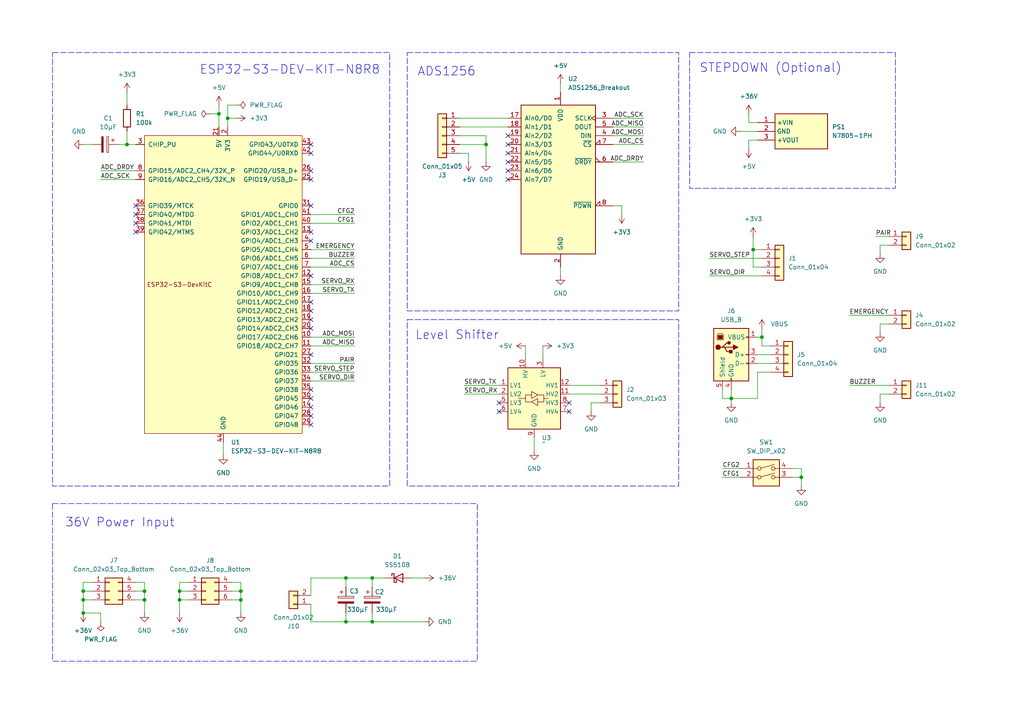
<source format=kicad_sch>
(kicad_sch (version 20231120) (generator "eeschema") (generator_version "8.0")
  (paper "A4")
  (lib_symbols
    (symbol "ADS1256_Breakout:ADS1256_Breakout" (pin_names (offset 1.016))
      (property "Reference" "U" (at -11.43 22.86 0))
      (property "Value" "ADS1256_Breakout" (at 2.54 22.86 0))
      (property "Datasheet" "http://www.ti.com/lit/ds/symlink/ads1243.pdf" (at -45.466 -28.702 0))
      (symbol "ADS1256_Breakout_0_1"
        (rectangle (start -11.43 21.59) (end 10.16 -21.59) (stroke (width 0.254)) (fill (type background)))
      )
      (symbol "ADS1256_Breakout_1_1"
        (pin power_in line (at 0 25.4 270) (length 3.81) (name "VDD") (number "1"))
        (pin power_in line (at 0 -25.4 90) (length 3.81) hide (name "GND") (number "10"))
        (pin power_in line (at 0 -25.4 90) (length 3.81) hide (name "GND") (number "11"))
        (pin power_in line (at 0 -25.4 90) (length 3.81) hide (name "GND") (number "12"))
        (pin power_in line (at 0 -25.4 90) (length 3.81) hide (name "GND") (number "13"))
        (pin power_in line (at 0 -25.4 90) (length 3.81) hide (name "GND") (number "14"))
        (pin power_in line (at 0 -25.4 90) (length 3.81) hide (name "GND") (number "15"))
        (pin power_in line (at 0 -25.4 90) (length 3.81) hide (name "GND") (number "16"))
        (pin input line (at -15.24 17.78 0) (length 3.81) (name "Ain0/D0") (number "17"))
        (pin input line (at -15.24 15.24 0) (length 3.81) (name "Ain1/D1") (number "18"))
        (pin input line (at -15.24 12.7 0) (length 3.81) (name "Ain2/D2") (number "19"))
        (pin power_in line (at 0 -25.4 90) (length 3.81) (name "GND") (number "2"))
        (pin input line (at -15.24 10.16 0) (length 3.81) (name "Ain3/D3") (number "20"))
        (pin input line (at -15.24 7.62 0) (length 3.81) (name "Ain4/D4") (number "21"))
        (pin input line (at -15.24 5.08 0) (length 3.81) (name "Ain5/D5") (number "22"))
        (pin input line (at -15.24 2.54 0) (length 3.81) (name "Ain6/D6") (number "23"))
        (pin input line (at -15.24 0 0) (length 3.81) (name "Ain7/D7") (number "24"))
        (pin input clock (at 15.24 17.78 180) (length 5.08) (name "SCLK") (number "3"))
        (pin input line (at 15.24 12.7 180) (length 5.08) (name "DIN") (number "4"))
        (pin output line (at 15.24 15.24 180) (length 5.08) (name "DOUT") (number "5"))
        (pin open_collector output_low (at 15.24 5.08 180) (length 5.08) (name "~{DRDY}") (number "6"))
        (pin input input_low (at 15.24 10.16 180) (length 5.08) (name "~{CS}") (number "7"))
        (pin input input_low (at 15.24 -7.62 180) (length 5.08) (name "~{PDWN}") (number "8"))
        (pin power_in line (at 0 -25.4 90) (length 3.81) hide (name "GND") (number "9"))
      )
    )
    (symbol "Connector:USB_B" (pin_names (offset 1.016))
      (property "Reference" "J" (at -5.08 11.43 0))
      (property "Value" "USB_B" (at -5.08 8.89 0))
      (symbol "USB_B_0_1"
        (rectangle (start -5.08 -7.62) (end 5.08 7.62) (stroke (width 0.254)) (fill (type background)))
        (circle (center -3.81 2.159) (radius 0.635) (stroke (width 0.254)) (fill (type outline)))
        (rectangle (start -3.81 5.588) (end -2.54 4.572) (fill (type outline)))
        (circle (center -0.635 3.429) (radius 0.381) (stroke (width 0.254)) (fill (type outline)))
        (rectangle (start -0.127 -7.62) (end 0.127 -6.858))
        (polyline (pts (xy -1.905 2.159) (xy 0.635 2.159)) (stroke (width 0.254)))
        (polyline (pts (xy -3.175 2.159) (xy -2.54 2.159) (xy -1.27 3.429) (xy -0.635 3.429)) (stroke (width 0.254)))
        (polyline (pts (xy -2.54 2.159) (xy -1.905 2.159) (xy -1.27 0.889) (xy 0 0.889)) (stroke (width 0.254)))
        (polyline (pts (xy 0.635 2.794) (xy 0.635 1.524) (xy 1.905 2.159) (xy 0.635 2.794)) (stroke (width 0.254)) (fill (type outline)))
        (polyline (pts (xy -4.064 4.318) (xy -2.286 4.318) (xy -2.286 5.715) (xy -2.667 6.096) (xy -3.683 6.096) (xy -4.064 5.715) (xy -4.064 4.318)))
        (rectangle (start 0.254 1.27) (end -0.508 0.508) (stroke (width 0.254)) (fill (type outline)))
        (rectangle (start 5.08 -2.667) (end 4.318 -2.413))
        (rectangle (start 5.08 -0.127) (end 4.318 0.127))
        (rectangle (start 5.08 4.953) (end 4.318 5.207))
      )
      (symbol "USB_B_1_1"
        (pin power_out line (at 7.62 5.08 180) (length 2.54) (name "VBUS") (number "1"))
        (pin bidirectional line (at 7.62 -2.54 180) (length 2.54) (name "D-") (number "2"))
        (pin bidirectional line (at 7.62 0 180) (length 2.54) (name "D+") (number "3"))
        (pin power_out line (at 0 -10.16 90) (length 2.54) (name "GND") (number "4"))
        (pin passive line (at -2.54 -10.16 90) (length 2.54) (name "Shield") (number "5"))
      )
    )
    (symbol "Connector_Generic:Conn_01x02" (pin_names (offset 1.016) hide)
      (property "Reference" "J" (at 0 2.54 0))
      (property "Value" "Conn_01x02" (at 0 -5.08 0))
      (symbol "Conn_01x02_1_1"
        (rectangle (start -1.27 -2.413) (end 0 -2.667) (stroke (width 0.1524)))
        (rectangle (start -1.27 0.127) (end 0 -0.127) (stroke (width 0.1524)))
        (rectangle (start -1.27 1.27) (end 1.27 -3.81) (stroke (width 0.254)) (fill (type background)))
        (pin passive line (at -5.08 0 0) (length 3.81) (name "Pin_1") (number "1"))
        (pin passive line (at -5.08 -2.54 0) (length 3.81) (name "Pin_2") (number "2"))
      )
    )
    (symbol "Connector_Generic:Conn_01x03" (pin_names (offset 1.016) hide)
      (property "Reference" "J" (at 0 5.08 0))
      (property "Value" "Conn_01x03" (at 0 -5.08 0))
      (symbol "Conn_01x03_1_1"
        (rectangle (start -1.27 -2.413) (end 0 -2.667) (stroke (width 0.1524)))
        (rectangle (start -1.27 0.127) (end 0 -0.127) (stroke (width 0.1524)))
        (rectangle (start -1.27 2.667) (end 0 2.413) (stroke (width 0.1524)))
        (rectangle (start -1.27 3.81) (end 1.27 -3.81) (stroke (width 0.254)) (fill (type background)))
        (pin passive line (at -5.08 2.54 0) (length 3.81) (name "Pin_1") (number "1"))
        (pin passive line (at -5.08 0 0) (length 3.81) (name "Pin_2") (number "2"))
        (pin passive line (at -5.08 -2.54 0) (length 3.81) (name "Pin_3") (number "3"))
      )
    )
    (symbol "Connector_Generic:Conn_01x04" (pin_names (offset 1.016) hide)
      (property "Reference" "J" (at 0 5.08 0))
      (property "Value" "Conn_01x04" (at 0 -7.62 0))
      (symbol "Conn_01x04_1_1"
        (rectangle (start -1.27 -4.953) (end 0 -5.207) (stroke (width 0.1524)))
        (rectangle (start -1.27 -2.413) (end 0 -2.667) (stroke (width 0.1524)))
        (rectangle (start -1.27 0.127) (end 0 -0.127) (stroke (width 0.1524)))
        (rectangle (start -1.27 2.667) (end 0 2.413) (stroke (width 0.1524)))
        (rectangle (start -1.27 3.81) (end 1.27 -6.35) (stroke (width 0.254)) (fill (type background)))
        (pin passive line (at -5.08 2.54 0) (length 3.81) (name "Pin_1") (number "1"))
        (pin passive line (at -5.08 0 0) (length 3.81) (name "Pin_2") (number "2"))
        (pin passive line (at -5.08 -2.54 0) (length 3.81) (name "Pin_3") (number "3"))
        (pin passive line (at -5.08 -5.08 0) (length 3.81) (name "Pin_4") (number "4"))
      )
    )
    (symbol "Connector_Generic:Conn_01x05" (pin_names (offset 1.016) hide)
      (property "Reference" "J" (at 0 7.62 0))
      (property "Value" "Conn_01x05" (at 0 -7.62 0))
      (symbol "Conn_01x05_1_1"
        (rectangle (start -1.27 -4.953) (end 0 -5.207) (stroke (width 0.1524)))
        (rectangle (start -1.27 -2.413) (end 0 -2.667) (stroke (width 0.1524)))
        (rectangle (start -1.27 0.127) (end 0 -0.127) (stroke (width 0.1524)))
        (rectangle (start -1.27 2.667) (end 0 2.413) (stroke (width 0.1524)))
        (rectangle (start -1.27 5.207) (end 0 4.953) (stroke (width 0.1524)))
        (rectangle (start -1.27 6.35) (end 1.27 -6.35) (stroke (width 0.254)) (fill (type background)))
        (pin passive line (at -5.08 5.08 0) (length 3.81) (name "Pin_1") (number "1"))
        (pin passive line (at -5.08 2.54 0) (length 3.81) (name "Pin_2") (number "2"))
        (pin passive line (at -5.08 0 0) (length 3.81) (name "Pin_3") (number "3"))
        (pin passive line (at -5.08 -2.54 0) (length 3.81) (name "Pin_4") (number "4"))
        (pin passive line (at -5.08 -5.08 0) (length 3.81) (name "Pin_5") (number "5"))
      )
    )
    (symbol "Connector_Generic:Conn_02x03_Top_Bottom" (pin_names (offset 1.016) hide)
      (property "Reference" "J" (at 1.27 5.08 0))
      (property "Value" "Conn_02x03_Top_Bottom" (at 1.27 -5.08 0))
      (symbol "Conn_02x03_Top_Bottom_1_1"
        (rectangle (start -1.27 -2.413) (end 0 -2.667) (stroke (width 0.1524)))
        (rectangle (start -1.27 0.127) (end 0 -0.127) (stroke (width 0.1524)))
        (rectangle (start -1.27 2.667) (end 0 2.413) (stroke (width 0.1524)))
        (rectangle (start -1.27 3.81) (end 3.81 -3.81) (stroke (width 0.254)) (fill (type background)))
        (rectangle (start 3.81 -2.413) (end 2.54 -2.667) (stroke (width 0.1524)))
        (rectangle (start 3.81 0.127) (end 2.54 -0.127) (stroke (width 0.1524)))
        (rectangle (start 3.81 2.667) (end 2.54 2.413) (stroke (width 0.1524)))
        (pin passive line (at -5.08 2.54 0) (length 3.81) (name "Pin_1") (number "1"))
        (pin passive line (at -5.08 0 0) (length 3.81) (name "Pin_2") (number "2"))
        (pin passive line (at -5.08 -2.54 0) (length 3.81) (name "Pin_3") (number "3"))
        (pin passive line (at 7.62 2.54 180) (length 3.81) (name "Pin_4") (number "4"))
        (pin passive line (at 7.62 0 180) (length 3.81) (name "Pin_5") (number "5"))
        (pin passive line (at 7.62 -2.54 180) (length 3.81) (name "Pin_6") (number "6"))
      )
    )
    (symbol "Device:C_Polarized" (pin_numbers hide) (pin_names (offset 0.254))
      (property "Reference" "C" (at 0.635 2.54 0))
      (property "Value" "C_Polarized" (at 0.635 -2.54 0))
      (symbol "C_Polarized_0_1"
        (rectangle (start -2.286 0.508) (end 2.286 1.016))
        (polyline (pts (xy -1.778 2.286) (xy -0.762 2.286)))
        (polyline (pts (xy -1.27 2.794) (xy -1.27 1.778)))
        (rectangle (start 2.286 -0.508) (end -2.286 -1.016) (fill (type outline)))
      )
      (symbol "C_Polarized_1_1"
        (pin passive line (at 0 3.81 270) (length 2.794) (name "~") (number "1"))
        (pin passive line (at 0 -3.81 90) (length 2.794) (name "~") (number "2"))
      )
    )
    (symbol "Device:D_Schottky" (pin_numbers hide) (pin_names (offset 1.016) hide)
      (property "Reference" "D" (at 0 2.54 0))
      (property "Value" "D_Schottky" (at 0 -2.54 0))
      (symbol "D_Schottky_0_1"
        (polyline (pts (xy 1.27 0) (xy -1.27 0)))
        (polyline (pts (xy 1.27 1.27) (xy 1.27 -1.27) (xy -1.27 0) (xy 1.27 1.27)) (stroke (width 0.254)))
        (polyline (pts (xy -1.905 0.635) (xy -1.905 1.27) (xy -1.27 1.27) (xy -1.27 -1.27) (xy -0.635 -1.27) (xy -0.635 -0.635)) (stroke (width 0.254)))
      )
      (symbol "D_Schottky_1_1"
        (pin passive line (at -3.81 0 0) (length 2.54) (name "K") (number "1"))
        (pin passive line (at 3.81 0 180) (length 2.54) (name "A") (number "2"))
      )
    )
    (symbol "Device:R" (pin_numbers hide) (pin_names (offset 0))
      (property "Reference" "R" (at 2.032 0 90))
      (property "Value" "R" (at 0 0 90))
      (symbol "R_0_1"
        (rectangle (start -1.016 -2.54) (end 1.016 2.54) (stroke (width 0.254)))
      )
      (symbol "R_1_1"
        (pin passive line (at 0 3.81 270) (length 1.27) (name "~") (number "1"))
        (pin passive line (at 0 -3.81 90) (length 1.27) (name "~") (number "2"))
      )
    )
    (symbol "Levelshifter_Breakout:Levelshifter_Breakout"
      (property "Reference" "U" (at 3.81 -11.176 0))
      (symbol "Levelshifter_Breakout_0_1"
        (rectangle (start -7.62 8.89) (end 7.62 -8.89) (stroke (width 0.254)) (fill (type background)))
        (polyline (pts (xy -2.54 0) (xy -2.54 1.016) (xy -0.762 1.016)))
        (polyline (pts (xy 2.794 0) (xy 2.794 -1.016) (xy 1.016 -1.016)))
        (polyline (pts (xy -0.762 -1.016) (xy -2.54 -1.016) (xy -2.54 0) (xy -4.572 0)))
        (polyline (pts (xy -0.762 -1.016) (xy 1.016 0) (xy 1.016 -2.032) (xy -0.762 -1.016)))
        (polyline (pts (xy 1.016 1.016) (xy -0.762 0) (xy -0.762 2.032) (xy 1.016 1.016)))
        (polyline (pts (xy 1.016 1.016) (xy 2.794 1.016) (xy 2.794 0) (xy 4.064 0)))
      )
      (symbol "Levelshifter_Breakout_1_1"
        (pin bidirectional line (at -10.16 3.81 0) (length 2.54) (name "LV1") (number "1"))
        (pin power_in line (at -2.54 11.43 270) (length 2.54) (name "HV") (number "10"))
        (pin bidirectional line (at 10.16 1.27 180) (length 2.54) (name "HV2") (number "11"))
        (pin bidirectional line (at 10.16 3.81 180) (length 2.54) (name "HV1") (number "12"))
        (pin bidirectional line (at -10.16 1.27 0) (length 2.54) (name "LV2") (number "2"))
        (pin power_in line (at 2.54 11.43 270) (length 2.54) (name "LV") (number "3"))
        (pin passive line (at 0 -11.43 90) (length 2.54) hide (name "GND") (number "4"))
        (pin bidirectional line (at -10.16 -1.27 0) (length 2.54) (name "LV3") (number "5"))
        (pin bidirectional line (at -10.16 -3.81 0) (length 2.54) (name "LV4") (number "6"))
        (pin bidirectional line (at 10.16 -3.81 180) (length 2.54) (name "HV4") (number "7"))
        (pin bidirectional line (at 10.16 -1.27 180) (length 2.54) (name "HV3") (number "8"))
        (pin power_in line (at 0 -11.43 90) (length 2.54) (name "GND") (number "9"))
      )
    )
    (symbol "N7805-1PH:N7805-1PH"
      (property "Reference" "PS1" (at 21.59 -1.2699 0))
      (property "Value" "N7805-1PH" (at 21.59 -3.8099 0))
      (symbol "N7805-1PH_1_1"
        (rectangle (start 5.08 2.54) (end 20.32 -7.62) (stroke (width 0.254)) (fill (type background)))
        (pin passive line (at 0 0 0) (length 5.08) (name "+VIN") (number "1"))
        (pin passive line (at 0 -2.54 0) (length 5.08) (name "GND") (number "2"))
        (pin passive line (at 0 -5.08 0) (length 5.08) (name "+VOUT") (number "3"))
      )
    )
    (symbol "PCM_Espressif:ESP32-S3-DEV-KIT-N8R8" (pin_names (offset 1.016))
      (property "Reference" "U1" (at 2.1941 -45.72 0))
      (property "Value" "ESP32-S3-DEV-KIT-N8R8" (at 2.1941 -48.26 0))
      (symbol "ESP32-S3-DEV-KIT-N8R8_0_0"
        (text "ESP32-S3-DevKitC" (at -12.7 0 0) (effects (font (size 1.27 1.27))))
        (pin bidirectional line (at 25.4 -35.56 180) (length 2.54) (name "GPIO46") (number "14"))
        (pin bidirectional line (at 25.4 -10.16 180) (length 2.54) (name "GPIO13/ADC2_CH2") (number "19"))
        (pin bidirectional line (at -25.4 15.24 0) (length 2.54) (name "GPIO42/MTMS") (number "39"))
        (pin bidirectional line (at 25.4 17.78 180) (length 2.54) (name "GPIO2/ADC1_CH1") (number "40"))
        (pin bidirectional line (at 25.4 20.32 180) (length 2.54) (name "GPIO1/ADC1_CH0") (number "41"))
        (pin bidirectional line (at 25.4 38.1 180) (length 2.54) (name "GPIO44/U0RXD") (number "42"))
        (pin bidirectional line (at 25.4 40.64 180) (length 2.54) (name "GPIO43/U0TXD") (number "43"))
        (pin power_in line (at 0 -45.72 90) (length 2.54) (name "GND") (number "44"))
      )
      (symbol "ESP32-S3-DEV-KIT-N8R8_0_1"
        (rectangle (start -22.86 43.18) (end 22.86 -43.18) (fill (type background)))
        (pin power_in line (at 1.27 45.72 270) (length 2.54) (name "3V3") (number "2"))
      )
      (symbol "ESP32-S3-DEV-KIT-N8R8_1_1"
        (pin passive line (at 1.27 45.72 270) (length 2.54) hide (name "3V3") (number "1"))
        (pin bidirectional line (at 25.4 -15.24 180) (length 2.54) (name "GPIO17/ADC2_CH6") (number "10"))
        (pin bidirectional line (at 25.4 -17.78 180) (length 2.54) (name "GPIO18/ADC2_CH7") (number "11"))
        (pin bidirectional line (at 25.4 2.54 180) (length 2.54) (name "GPIO8/ADC1_CH7") (number "12"))
        (pin bidirectional line (at 25.4 15.24 180) (length 2.54) (name "GPIO3/ADC1_CH2") (number "13"))
        (pin bidirectional line (at 25.4 0 180) (length 2.54) (name "GPIO9/ADC1_CH8") (number "15"))
        (pin bidirectional line (at 25.4 -2.54 180) (length 2.54) (name "GPIO10/ADC1_CH9") (number "16"))
        (pin bidirectional line (at 25.4 -5.08 180) (length 2.54) (name "GPIO11/ADC2_CH0") (number "17"))
        (pin bidirectional line (at 25.4 -7.62 180) (length 2.54) (name "GPIO12/ADC2_CH1") (number "18"))
        (pin bidirectional line (at 25.4 -12.7 180) (length 2.54) (name "GPIO14/ADC2_CH3") (number "20"))
        (pin power_in line (at -1.27 45.72 270) (length 2.54) (name "5V") (number "21"))
        (pin passive line (at 0 -45.72 90) (length 2.54) hide (name "GND") (number "22"))
        (pin passive line (at 0 -45.72 90) (length 2.54) hide (name "GND") (number "23"))
        (pin passive line (at 0 -45.72 90) (length 2.54) hide (name "GND") (number "24"))
        (pin bidirectional line (at 25.4 30.48 180) (length 2.54) (name "GPIO19/USB_D-") (number "25"))
        (pin bidirectional line (at 25.4 33.02 180) (length 2.54) (name "GPIO20/USB_D+") (number "26"))
        (pin bidirectional line (at 25.4 -20.32 180) (length 2.54) (name "GPIO21") (number "27"))
        (pin bidirectional line (at 25.4 -38.1 180) (length 2.54) (name "GPIO47") (number "28"))
        (pin bidirectional line (at 25.4 -40.64 180) (length 2.54) (name "GPIO48") (number "29"))
        (pin input line (at -25.4 40.64 0) (length 2.54) (name "CHIP_PU") (number "3"))
        (pin bidirectional line (at 25.4 -33.02 180) (length 2.54) (name "GPIO45") (number "30"))
        (pin bidirectional line (at 25.4 22.86 180) (length 2.54) (name "GPIO0") (number "31"))
        (pin bidirectional line (at 25.4 -22.86 180) (length 2.54) (name "GPIO35") (number "32"))
        (pin bidirectional line (at 25.4 -25.4 180) (length 2.54) (name "GPIO36") (number "33"))
        (pin bidirectional line (at 25.4 -27.94 180) (length 2.54) (name "GPIO37") (number "34"))
        (pin bidirectional line (at 25.4 -30.48 180) (length 2.54) (name "GPIO38") (number "35"))
        (pin bidirectional line (at -25.4 22.86 0) (length 2.54) (name "GPIO39/MTCK") (number "36"))
        (pin bidirectional line (at -25.4 20.32 0) (length 2.54) (name "GPIO40/MTDO") (number "37"))
        (pin bidirectional line (at -25.4 17.78 0) (length 2.54) (name "GPIO41/MTDI") (number "38"))
        (pin bidirectional line (at 25.4 12.7 180) (length 2.54) (name "GPIO4/ADC1_CH3") (number "4"))
        (pin bidirectional line (at 25.4 10.16 180) (length 2.54) (name "GPIO5/ADC1_CH4") (number "5"))
        (pin bidirectional line (at 25.4 7.62 180) (length 2.54) (name "GPIO6/ADC1_CH5") (number "6"))
        (pin bidirectional line (at 25.4 5.08 180) (length 2.54) (name "GPIO7/ADC1_CH6") (number "7"))
        (pin bidirectional line (at -25.4 33.02 0) (length 2.54) (name "GPIO15/ADC2_CH4/32K_P") (number "8"))
        (pin bidirectional line (at -25.4 30.48 0) (length 2.54) (name "GPIO16/ADC2_CH5/32K_N") (number "9"))
      )
    )
    (symbol "Switch:SW_DIP_x02" (pin_names (offset 0) hide)
      (property "Reference" "SW" (at 0 6.35 0))
      (property "Value" "SW_DIP_x02" (at 0 -3.81 0))
      (symbol "SW_DIP_x02_0_0"
        (circle (center -2.032 0) (radius 0.508))
        (circle (center -2.032 2.54) (radius 0.508))
        (polyline (pts (xy -1.524 0.127) (xy 2.3622 1.1684)))
        (polyline (pts (xy -1.524 2.667) (xy 2.3622 3.7084)))
        (circle (center 2.032 0) (radius 0.508))
        (circle (center 2.032 2.54) (radius 0.508))
      )
      (symbol "SW_DIP_x02_0_1"
        (rectangle (start -3.81 5.08) (end 3.81 -2.54) (stroke (width 0.254)) (fill (type background)))
      )
      (symbol "SW_DIP_x02_1_1"
        (pin passive line (at -7.62 2.54 0) (length 5.08) (name "~") (number "1"))
        (pin passive line (at -7.62 0 0) (length 5.08) (name "~") (number "2"))
        (pin passive line (at 7.62 0 180) (length 5.08) (name "~") (number "3"))
        (pin passive line (at 7.62 2.54 180) (length 5.08) (name "~") (number "4"))
      )
    )
    (symbol "power:+36V" (power) (pin_numbers hide) (pin_names (offset 0) hide)
      (property "Value" "+36V" (at 0 3.556 0))
      (symbol "+36V_0_1"
        (polyline (pts (xy -0.762 1.27) (xy 0 2.54)))
        (polyline (pts (xy 0 0) (xy 0 2.54)))
        (polyline (pts (xy 0 2.54) (xy 0.762 1.27)))
      )
      (symbol "+36V_1_1"
        (pin power_in line (at 0 0 90) (length 0) (name "~") (number "1"))
      )
    )
    (symbol "power:+3V3" (power) (pin_numbers hide) (pin_names (offset 0) hide)
      (property "Value" "+3V3" (at 0 3.556 0))
      (symbol "+3V3_0_1"
        (polyline (pts (xy -0.762 1.27) (xy 0 2.54)))
        (polyline (pts (xy 0 0) (xy 0 2.54)))
        (polyline (pts (xy 0 2.54) (xy 0.762 1.27)))
      )
      (symbol "+3V3_1_1"
        (pin power_in line (at 0 0 90) (length 0) (name "~") (number "1"))
      )
    )
    (symbol "power:+5V" (power) (pin_numbers hide) (pin_names (offset 0) hide)
      (property "Value" "+5V" (at 0 3.556 0))
      (symbol "+5V_0_1"
        (polyline (pts (xy -0.762 1.27) (xy 0 2.54)))
        (polyline (pts (xy 0 0) (xy 0 2.54)))
        (polyline (pts (xy 0 2.54) (xy 0.762 1.27)))
      )
      (symbol "+5V_1_1"
        (pin power_in line (at 0 0 90) (length 0) (name "~") (number "1"))
      )
    )
    (symbol "power:GND" (power) (pin_numbers hide) (pin_names (offset 0) hide)
      (property "Value" "GND" (at 0 -3.81 0))
      (symbol "GND_0_1"
        (polyline (pts (xy 0 0) (xy 0 -1.27) (xy 1.27 -1.27) (xy 0 -2.54) (xy -1.27 -1.27) (xy 0 -1.27)))
      )
      (symbol "GND_1_1"
        (pin power_in line (at 0 0 270) (length 0) (name "~") (number "1"))
      )
    )
    (symbol "power:PWR_FLAG" (power) (pin_numbers hide) (pin_names (offset 0) hide)
      (property "Value" "PWR_FLAG" (at 0 3.81 0))
      (symbol "PWR_FLAG_0_0"
        (pin power_out line (at 0 0 90) (length 0) (name "~") (number "1"))
      )
      (symbol "PWR_FLAG_0_1"
        (polyline (pts (xy 0 0) (xy 0 1.27) (xy -1.016 1.905) (xy 0 2.54) (xy 1.016 1.905) (xy 0 1.27)))
      )
    )
  )
  (junction (at 52.07 173.99))
  (junction (at 100.33 180.34))
  (junction (at 24.13 171.45))
  (junction (at 41.91 171.45))
  (junction (at 212.09 115.57))
  (junction (at 52.07 171.45))
  (junction (at 36.83 41.91))
  (junction (at 220.98 97.79))
  (junction (at 24.13 173.99))
  (junction (at 218.44 72.39))
  (junction (at 232.41 138.43))
  (junction (at 24.13 177.8))
  (junction (at 69.85 171.45))
  (junction (at 140.97 41.91))
  (junction (at 41.91 173.99))
  (junction (at 66.04 34.29))
  (junction (at 107.95 167.64))
  (junction (at 100.33 167.64))
  (junction (at 107.95 180.34))
  (junction (at 69.85 173.99))
  (junction (at 63.5 33.02))
  (no_connect (at 90.17 41.91))
  (no_connect (at 39.37 64.77))
  (no_connect (at 90.17 67.31))
  (no_connect (at 90.17 59.69))
  (no_connect (at 39.37 67.31))
  (no_connect (at 90.17 69.85))
  (no_connect (at 90.17 113.03))
  (no_connect (at 39.37 59.69))
  (no_connect (at 90.17 90.17))
  (no_connect (at 90.17 115.57))
  (no_connect (at 90.17 44.45))
  (no_connect (at 147.32 39.37))
  (no_connect (at 90.17 123.19))
  (no_connect (at 90.17 49.53))
  (no_connect (at 147.32 46.99))
  (no_connect (at 147.32 49.53))
  (no_connect (at 90.17 87.63))
  (no_connect (at 90.17 102.87))
  (no_connect (at 39.37 62.23))
  (no_connect (at 90.17 80.01))
  (no_connect (at 90.17 52.07))
  (no_connect (at 165.1 119.38))
  (no_connect (at 144.78 119.38))
  (no_connect (at 90.17 95.25))
  (no_connect (at 90.17 92.71))
  (no_connect (at 90.17 118.11))
  (no_connect (at 147.32 52.07))
  (no_connect (at 144.78 116.84))
  (no_connect (at 147.32 44.45))
  (no_connect (at 147.32 41.91))
  (no_connect (at 165.1 116.84))
  (no_connect (at 90.17 120.65))
  (wire (pts (xy 90.17 72.39) (xy 102.87 72.39)))
  (wire (pts (xy 68.58 34.29) (xy 66.04 34.29)))
  (wire (pts (xy 90.17 107.95) (xy 102.87 107.95)))
  (wire (pts (xy 255.27 93.98) (xy 257.81 93.98)))
  (wire (pts (xy 69.85 173.99) (xy 69.85 177.8)))
  (wire (pts (xy 52.07 171.45) (xy 52.07 173.99)))
  (wire (pts (xy 209.55 138.43) (xy 214.63 138.43)))
  (wire (pts (xy 133.35 34.29) (xy 147.32 34.29)))
  (wire (pts (xy 219.71 105.41) (xy 223.52 105.41)))
  (wire (pts (xy 67.31 173.99) (xy 69.85 173.99)))
  (wire (pts (xy 218.44 72.39) (xy 220.98 72.39)))
  (wire (pts (xy 219.71 97.79) (xy 220.98 97.79)))
  (wire (pts (xy 67.31 171.45) (xy 69.85 171.45)))
  (wire (pts (xy 24.13 173.99) (xy 24.13 177.8)))
  (wire (pts (xy 26.67 168.91) (xy 24.13 168.91)))
  (wire (pts (xy 133.35 39.37) (xy 140.97 39.37)))
  (wire (pts (xy 255.27 73.66) (xy 255.27 71.12)))
  (wire (pts (xy 90.17 100.33) (xy 102.87 100.33)))
  (wire (pts (xy 90.17 85.09) (xy 102.87 85.09)))
  (wire (pts (xy 119.38 167.64) (xy 123.19 167.64)))
  (wire (pts (xy 219.71 115.57) (xy 219.71 107.95)))
  (wire (pts (xy 212.09 113.03) (xy 212.09 115.57)))
  (wire (pts (xy 100.33 167.64) (xy 90.17 167.64)))
  (wire (pts (xy 24.13 171.45) (xy 24.13 173.99)))
  (wire (pts (xy 52.07 173.99) (xy 52.07 177.8)))
  (wire (pts (xy 162.56 77.47) (xy 162.56 80.01)))
  (wire (pts (xy 205.74 74.93) (xy 220.98 74.93)))
  (wire (pts (xy 36.83 38.1) (xy 36.83 41.91)))
  (wire (pts (xy 39.37 171.45) (xy 41.91 171.45)))
  (wire (pts (xy 165.1 111.76) (xy 173.99 111.76)))
  (wire (pts (xy 218.44 77.47) (xy 220.98 77.47)))
  (wire (pts (xy 154.94 127) (xy 154.94 130.81)))
  (wire (pts (xy 133.35 36.83) (xy 147.32 36.83)))
  (wire (pts (xy 63.5 33.02) (xy 63.5 36.83)))
  (wire (pts (xy 209.55 113.03) (xy 209.55 115.57)))
  (wire (pts (xy 66.04 30.48) (xy 66.04 34.29)))
  (wire (pts (xy 39.37 173.99) (xy 41.91 173.99)))
  (wire (pts (xy 232.41 138.43) (xy 232.41 140.97)))
  (wire (pts (xy 24.13 168.91) (xy 24.13 171.45)))
  (wire (pts (xy 90.17 105.41) (xy 102.87 105.41)))
  (wire (pts (xy 229.87 138.43) (xy 232.41 138.43)))
  (wire (pts (xy 29.21 177.8) (xy 24.13 177.8)))
  (wire (pts (xy 90.17 64.77) (xy 102.87 64.77)))
  (wire (pts (xy 162.56 24.13) (xy 162.56 26.67)))
  (wire (pts (xy 24.13 41.91) (xy 26.67 41.91)))
  (wire (pts (xy 107.95 167.64) (xy 100.33 167.64)))
  (wire (pts (xy 177.8 41.91) (xy 186.69 41.91)))
  (wire (pts (xy 90.17 110.49) (xy 102.87 110.49)))
  (wire (pts (xy 90.17 180.34) (xy 100.33 180.34)))
  (wire (pts (xy 34.29 41.91) (xy 36.83 41.91)))
  (wire (pts (xy 134.62 114.3) (xy 144.78 114.3)))
  (wire (pts (xy 140.97 41.91) (xy 140.97 46.99)))
  (wire (pts (xy 217.17 40.64) (xy 217.17 43.18)))
  (wire (pts (xy 214.63 38.1) (xy 219.71 38.1)))
  (wire (pts (xy 36.83 41.91) (xy 39.37 41.91)))
  (wire (pts (xy 255.27 96.52) (xy 255.27 93.98)))
  (wire (pts (xy 133.35 44.45) (xy 135.89 44.45)))
  (wire (pts (xy 41.91 173.99) (xy 41.91 177.8)))
  (wire (pts (xy 90.17 175.26) (xy 90.17 180.34)))
  (wire (pts (xy 177.8 59.69) (xy 180.34 59.69)))
  (wire (pts (xy 212.09 115.57) (xy 212.09 116.84)))
  (wire (pts (xy 41.91 171.45) (xy 41.91 173.99)))
  (wire (pts (xy 29.21 49.53) (xy 39.37 49.53)))
  (wire (pts (xy 219.71 40.64) (xy 217.17 40.64)))
  (wire (pts (xy 255.27 116.84) (xy 255.27 114.3)))
  (wire (pts (xy 133.35 41.91) (xy 140.97 41.91)))
  (wire (pts (xy 107.95 177.8) (xy 107.95 180.34)))
  (wire (pts (xy 217.17 35.56) (xy 217.17 33.02)))
  (wire (pts (xy 26.67 171.45) (xy 24.13 171.45)))
  (wire (pts (xy 107.95 180.34) (xy 123.19 180.34)))
  (wire (pts (xy 111.76 167.64) (xy 107.95 167.64)))
  (wire (pts (xy 255.27 71.12) (xy 257.81 71.12)))
  (wire (pts (xy 229.87 135.89) (xy 232.41 135.89)))
  (wire (pts (xy 255.27 114.3) (xy 257.81 114.3)))
  (wire (pts (xy 60.96 33.02) (xy 63.5 33.02)))
  (wire (pts (xy 205.74 80.01) (xy 220.98 80.01)))
  (wire (pts (xy 54.61 173.99) (xy 52.07 173.99)))
  (wire (pts (xy 232.41 135.89) (xy 232.41 138.43)))
  (wire (pts (xy 157.48 100.33) (xy 157.48 104.14)))
  (wire (pts (xy 254 68.58) (xy 257.81 68.58)))
  (wire (pts (xy 68.58 30.48) (xy 66.04 30.48)))
  (wire (pts (xy 66.04 34.29) (xy 66.04 36.83)))
  (wire (pts (xy 90.17 97.79) (xy 102.87 97.79)))
  (wire (pts (xy 220.98 100.33) (xy 223.52 100.33)))
  (wire (pts (xy 220.98 97.79) (xy 220.98 100.33)))
  (wire (pts (xy 100.33 180.34) (xy 107.95 180.34)))
  (wire (pts (xy 246.38 91.44) (xy 257.81 91.44)))
  (wire (pts (xy 173.99 116.84) (xy 171.45 116.84)))
  (wire (pts (xy 100.33 167.64) (xy 100.33 170.18)))
  (wire (pts (xy 246.38 111.76) (xy 257.81 111.76)))
  (wire (pts (xy 90.17 74.93) (xy 102.87 74.93)))
  (wire (pts (xy 171.45 116.84) (xy 171.45 119.38)))
  (wire (pts (xy 177.8 46.99) (xy 186.69 46.99)))
  (wire (pts (xy 90.17 77.47) (xy 102.87 77.47)))
  (wire (pts (xy 218.44 68.58) (xy 218.44 72.39)))
  (wire (pts (xy 219.71 35.56) (xy 217.17 35.56)))
  (wire (pts (xy 107.95 167.64) (xy 107.95 170.18)))
  (wire (pts (xy 219.71 102.87) (xy 223.52 102.87)))
  (wire (pts (xy 209.55 115.57) (xy 212.09 115.57)))
  (wire (pts (xy 218.44 72.39) (xy 218.44 77.47)))
  (wire (pts (xy 100.33 177.8) (xy 100.33 180.34)))
  (wire (pts (xy 209.55 135.89) (xy 214.63 135.89)))
  (wire (pts (xy 41.91 168.91) (xy 41.91 171.45)))
  (wire (pts (xy 36.83 26.67) (xy 36.83 30.48)))
  (wire (pts (xy 180.34 59.69) (xy 180.34 62.23)))
  (wire (pts (xy 69.85 171.45) (xy 69.85 173.99)))
  (wire (pts (xy 52.07 168.91) (xy 52.07 171.45)))
  (wire (pts (xy 177.8 36.83) (xy 186.69 36.83)))
  (wire (pts (xy 54.61 168.91) (xy 52.07 168.91)))
  (wire (pts (xy 177.8 39.37) (xy 186.69 39.37)))
  (wire (pts (xy 90.17 167.64) (xy 90.17 172.72)))
  (wire (pts (xy 29.21 52.07) (xy 39.37 52.07)))
  (wire (pts (xy 67.31 168.91) (xy 69.85 168.91)))
  (wire (pts (xy 39.37 168.91) (xy 41.91 168.91)))
  (wire (pts (xy 177.8 34.29) (xy 186.69 34.29)))
  (wire (pts (xy 219.71 107.95) (xy 223.52 107.95)))
  (wire (pts (xy 165.1 114.3) (xy 173.99 114.3)))
  (wire (pts (xy 64.77 128.27) (xy 64.77 132.08)))
  (wire (pts (xy 135.89 44.45) (xy 135.89 46.99)))
  (wire (pts (xy 26.67 173.99) (xy 24.13 173.99)))
  (wire (pts (xy 134.62 111.76) (xy 144.78 111.76)))
  (wire (pts (xy 140.97 39.37) (xy 140.97 41.91)))
  (wire (pts (xy 90.17 62.23) (xy 102.87 62.23)))
  (wire (pts (xy 220.98 95.25) (xy 220.98 97.79)))
  (wire (pts (xy 63.5 30.48) (xy 63.5 33.02)))
  (wire (pts (xy 29.21 180.34) (xy 29.21 177.8)))
  (wire (pts (xy 54.61 171.45) (xy 52.07 171.45)))
  (wire (pts (xy 212.09 115.57) (xy 219.71 115.57)))
  (wire (pts (xy 69.85 168.91) (xy 69.85 171.45)))
  (wire (pts (xy 152.4 100.33) (xy 152.4 104.14)))
  (wire (pts (xy 90.17 82.55) (xy 102.87 82.55)))
  (rectangle (start 118.11 15.24) (end 196.85 90.17) (stroke (width 0) (type dash)))
  (rectangle (start 200.025 15.24) (end 259.715 54.61) (stroke (width 0) (type dash)))
  (rectangle (start 118.11 92.71) (end 196.85 140.97) (stroke (width 0) (type dash)))
  (rectangle (start 15.24 146.05) (end 138.43 191.77) (stroke (width 0) (type dash)))
  (rectangle (start 15.24 15.24) (end 113.03 140.97) (stroke (width 0) (type dash)))
  (text "ESP32-S3-DEV-KIT-N8R8\n" (at 84.074 20.32 0) (effects (font (size 2.54 2.54))))
  (text "ADS1256\n" (at 129.54 20.828 0) (effects (font (size 2.54 2.54))))
  (text "36V Power Input" (at 34.798 151.638 0) (effects (font (size 2.54 2.54))))
  (text "STEPDOWN (Optional)\n" (at 223.52 19.812 0) (effects (font (size 2.54 2.54))))
  (text "Level Shifter" (at 132.588 97.282 0) (effects (font (size 2.54 2.54))))
  (label "ADC_SCK" (at 186.69 34.29 180))
  (label "CFG2" (at 102.87 62.23 180))
  (label "EMERGENCY" (at 102.87 72.39 180))
  (label "PAIR" (at 254 68.58 0))
  (label "SERVO_STEP" (at 102.87 107.95 180))
  (label "BUZZER" (at 246.38 111.76 0))
  (label "SERVO_RX" (at 102.87 82.55 180))
  (label "SERVO_RX" (at 134.62 114.3 0))
  (label "CFG1" (at 209.55 138.43 0))
  (label "ADC_MOSI" (at 186.69 39.37 180))
  (label "SERVO_TX" (at 102.87 85.09 180))
  (label "PAIR" (at 102.87 105.41 180))
  (label "SERVO_STEP" (at 205.74 74.93 0))
  (label "SERVO_DIR" (at 102.87 110.49 180))
  (label "BUZZER" (at 102.87 74.93 180))
  (label "ADC_DRDY" (at 29.21 49.53 0))
  (label "SERVO_DIR" (at 205.74 80.01 0))
  (label "ADC_CS" (at 186.69 41.91 180))
  (label "CFG1" (at 102.87 64.77 180))
  (label "ADC_MOSI" (at 102.87 97.79 180))
  (label "EMERGENCY" (at 246.38 91.44 0))
  (label "ADC_DRDY" (at 186.69 46.99 180))
  (label "ADC_CS" (at 102.87 77.47 180))
  (label "CFG2" (at 209.55 135.89 0))
  (label "ADC_MISO" (at 102.87 100.33 180))
  (label "ADC_SCK" (at 29.21 52.07 0))
  (label "SERVO_TX" (at 134.62 111.76 0))
  (label "ADC_MISO" (at 186.69 36.83 180))
  (symbol (lib_id "power:+5V") (at 152.4 100.33 90) (unit 1)
    (property "Reference" "#PWR016" (effects (hide yes)))
    (property "Value" "+5V" (at 148.59 100.3299 90) (effects (justify left)))
    (property "Description" "Power symbol creates a global label with name \"+5V\"" (effects (hide yes)))
  )
  (symbol (lib_id "Device:D_Schottky") (at 115.57 167.64 0) (unit 1)
    (property "Reference" "D1" (at 115.2525 161.29 0))
    (property "Value" "SS510B" (at 115.2525 163.83 0))
    (property "Footprint" "Diode_SMD:D_SMA-SMB_Universal_Handsoldering" (effects (hide yes)))
    (property "Description" "Schottky diode" (effects (hide yes)))
    (property "Mouser Part Number" "621-SDT5A50SAF-13" (effects (hide yes)))
  )
  (symbol (lib_id "power:+36V") (at 123.19 167.64 270) (unit 1)
    (property "Reference" "#PWR027" (effects (hide yes)))
    (property "Value" "+36V" (at 127 167.6399 90) (effects (justify left)))
    (property "Description" "Power symbol creates a global label with name \"+36V\"" (effects (hide yes)))
  )
  (symbol (lib_id "power:+36V") (at 52.07 177.8 180) (unit 1)
    (property "Reference" "#PWR014" (effects (hide yes)))
    (property "Value" "+36V" (at 52.07 182.88 0))
    (property "Description" "Power symbol creates a global label with name \"+36V\"" (effects (hide yes)))
  )
  (symbol (lib_id "power:GND") (at 64.77 132.08 0) (unit 1)
    (property "Reference" "#PWR01" (effects (hide yes)))
    (property "Value" "GND" (at 64.77 137.16 0))
    (property "Description" "Power symbol creates a global label with name \"GND\" , ground" (effects (hide yes)))
  )
  (symbol (lib_id "power:GND") (at 140.97 46.99 0) (unit 1)
    (property "Reference" "#PWR023" (effects (hide yes)))
    (property "Value" "GND" (at 140.97 52.07 0))
    (property "Description" "Power symbol creates a global label with name \"GND\" , ground" (effects (hide yes)))
  )
  (symbol (lib_id "power:+5V") (at 220.98 95.25 0) (unit 1)
    (property "Reference" "#PWR05" (effects (hide yes)))
    (property "Value" "VBUS" (at 223.52 93.9799 0) (effects (justify left)))
    (property "Description" "Power symbol creates a global label with name \"+5V\"" (effects (hide yes)))
  )
  (symbol (lib_id "power:+36V") (at 217.17 33.02 0) (unit 1)
    (property "Reference" "#PWR03" (effects (hide yes)))
    (property "Value" "+36V" (at 217.17 27.94 0))
    (property "Description" "Power symbol creates a global label with name \"+36V\"" (effects (hide yes)))
  )
  (symbol (lib_id "power:GND") (at 171.45 119.38 0) (unit 1)
    (property "Reference" "#PWR018" (effects (hide yes)))
    (property "Value" "GND" (at 171.45 124.46 0))
    (property "Description" "Power symbol creates a global label with name \"GND\" , ground" (effects (hide yes)))
  )
  (symbol (lib_id "power:+5V") (at 63.5 30.48 0) (unit 1)
    (property "Reference" "#PWR02" (effects (hide yes)))
    (property "Value" "+5V" (at 63.5 25.4 0))
    (property "Description" "Power symbol creates a global label with name \"+5V\"" (effects (hide yes)))
  )
  (symbol (lib_id "power:GND") (at 255.27 96.52 0) (unit 1)
    (property "Reference" "#PWR025" (effects (hide yes)))
    (property "Value" "GND" (at 255.27 101.6 0))
    (property "Description" "Power symbol creates a global label with name \"GND\" , ground" (effects (hide yes)))
  )
  (symbol (lib_id "Device:R") (at 36.83 34.29 0) (unit 1)
    (property "Reference" "R1" (at 39.37 33.0199 0) (effects (justify left)))
    (property "Value" "100k" (at 39.37 35.5599 0) (effects (justify left)))
    (property "Footprint" "Resistor_SMD:R_1206_3216Metric_Pad1.30x1.75mm_HandSolder" (effects (hide yes)))
    (property "Description" "Resistor" (effects (hide yes)))
    (property "Mouser Part Number" "708-RNCF1206BTE100K" (effects (hide yes)))
  )
  (symbol (lib_id "power:+3V3") (at 68.58 34.29 270) (unit 1)
    (property "Reference" "#PWR09" (effects (hide yes)))
    (property "Value" "+3V3" (at 72.39 34.2899 90) (effects (justify left)))
    (property "Description" "Power symbol creates a global label with name \"+3V3\"" (effects (hide yes)))
  )
  (symbol (lib_id "Connector_Generic:Conn_01x02") (at 85.09 175.26 180) (unit 1)
    (property "Reference" "J10" (at 85.09 181.61 0))
    (property "Value" "Conn_01x02" (at 85.09 179.07 0))
    (property "Footprint" "Connector_AMASS:AMASS_XT30U-F_1x02_P5.0mm_Vertical" (effects (hide yes)))
    (property "Description" "Generic connector, single row, 01x02, script generated (kicad-library-utils/schlib/autogen/connector/)" (effects (hide yes)))
    (property "Mouser Part Number" "306-B2BXH2TV4LFSN" (effects (hide yes)))
  )
  (symbol (lib_id "power:+3V3") (at 180.34 62.23 180) (unit 1)
    (property "Reference" "#PWR019" (effects (hide yes)))
    (property "Value" "+3V3" (at 180.34 67.31 0))
    (property "Description" "Power symbol creates a global label with name \"+3V3\"" (effects (hide yes)))
  )
  (symbol (lib_id "Connector_Generic:Conn_01x05") (at 128.27 39.37 0) (mirror y) (unit 1)
    (property "Reference" "J3" (at 128.27 50.8 0))
    (property "Value" "Conn_01x05" (at 128.27 48.26 0))
    (property "Footprint" "Connector_JST:JST_XH_B5B-XH-A_1x05_P2.50mm_Vertical" (effects (hide yes)))
    (property "Description" "Generic connector, single row, 01x05, script generated (kicad-library-utils/schlib/autogen/connector/)" (effects (hide yes)))
  )
  (symbol (lib_id "power:GND") (at 255.27 116.84 0) (unit 1)
    (property "Reference" "#PWR030" (effects (hide yes)))
    (property "Value" "GND" (at 255.27 121.92 0))
    (property "Description" "Power symbol creates a global label with name \"GND\" , ground" (effects (hide yes)))
  )
  (symbol (lib_id "Device:C_Polarized") (at 107.95 173.99 0) (unit 1)
    (property "Reference" "C2" (at 108.712 171.704 0) (effects (justify left)))
    (property "Value" "330µF" (at 108.966 176.784 0) (effects (justify left)))
    (property "Footprint" "Capacitor_SMD:CP_Elec_10x10" (effects (hide yes)))
    (property "Description" "Polarized capacitor" (effects (hide yes)))
    (property "Mouser Part Number" "710-865230657014" (effects (hide yes)))
  )
  (symbol (lib_id "power:+3V3") (at 218.44 68.58 0) (unit 1)
    (property "Reference" "#PWR024" (effects (hide yes)))
    (property "Value" "+3V3" (at 218.44 63.5 0))
    (property "Description" "Power symbol creates a global label with name \"+3V3\"" (effects (hide yes)))
  )
  (symbol (lib_id "Connector_Generic:Conn_01x04") (at 228.6 102.87 0) (unit 1)
    (property "Reference" "J5" (at 231.14 102.8699 0) (effects (justify left)))
    (property "Value" "Conn_01x04" (at 231.14 105.4099 0) (effects (justify left)))
    (property "Footprint" "Connector_JST:JST_XH_B4B-XH-A_1x04_P2.50mm_Vertical" (effects (hide yes)))
    (property "Description" "Generic connector, single row, 01x04, script generated (kicad-library-utils/schlib/autogen/connector/)" (effects (hide yes)))
    (property "Mouser Part Number" "306-B4BXH2TV4LFSN" (effects (hide yes)))
  )
  (symbol (lib_id "Levelshifter_Breakout:Levelshifter_Breakout") (at 154.94 115.57 0) (unit 1)
    (property "Reference" "U3" (at 157.1341 127 0) (effects (justify left)))
    (property "Value" "~" (at 157.1341 128.27 0) (effects (justify left)))
    (property "Footprint" "Levelshifter_Breakout:Levelshifter_Breakout" (effects (hide yes)))
  )
  (symbol (lib_id "power:GND") (at 69.85 177.8 0) (unit 1)
    (property "Reference" "#PWR013" (effects (hide yes)))
    (property "Value" "GND" (at 69.85 182.88 0))
    (property "Description" "Power symbol creates a global label with name \"GND\" , ground" (effects (hide yes)))
  )
  (symbol (lib_id "power:PWR_FLAG") (at 60.96 33.02 90) (unit 1)
    (property "Reference" "#FLG02" (effects (hide yes)))
    (property "Value" "PWR_FLAG" (at 57.15 33.0199 90) (effects (justify left)))
    (property "Description" "Special symbol for telling ERC where power comes from" (effects (hide yes)))
  )
  (symbol (lib_id "power:GND") (at 123.19 180.34 90) (unit 1)
    (property "Reference" "#PWR028" (effects (hide yes)))
    (property "Value" "GND" (at 127 180.3399 90) (effects (justify right)))
    (property "Description" "Power symbol creates a global label with name \"GND\" , ground" (effects (hide yes)))
  )
  (symbol (lib_id "power:PWR_FLAG") (at 29.21 180.34 180) (unit 1)
    (property "Reference" "#FLG01" (effects (hide yes)))
    (property "Value" "PWR_FLAG" (at 29.21 185.42 0))
    (property "Description" "Special symbol for telling ERC where power comes from" (effects (hide yes)))
  )
  (symbol (lib_id "power:GND") (at 24.13 41.91 270) (unit 1)
    (property "Reference" "#PWR011" (effects (hide yes)))
    (property "Value" "GND" (at 22.86 38.1 90))
    (property "Description" "Power symbol creates a global label with name \"GND\" , ground" (effects (hide yes)))
  )
  (symbol (lib_id "Connector_Generic:Conn_02x03_Top_Bottom") (at 31.75 171.45 0) (unit 1)
    (property "Reference" "J7" (at 33.02 162.56 0))
    (property "Value" "Conn_02x03_Top_Bottom" (at 33.02 165.1 0))
    (property "Footprint" "Connector_Molex:Molex_Mini-Fit_Jr_5569-06A2_2x03_P4.20mm_Horizontal" (effects (hide yes)))
    (property "Description" "Generic connector, double row, 02x03, top/bottom pin numbering scheme (row 1: 1...pins_per_row, row2: pins_per_row+1 ... num_pins), script generated (kicad-library-utils/schlib/autogen/connector/)" (effects (hide yes)))
    (property "Mouser Part Number" "538-26-01-3116" (effects (hide yes)))
  )
  (symbol (lib_id "Connector_Generic:Conn_02x03_Top_Bottom") (at 59.69 171.45 0) (unit 1)
    (property "Reference" "J8" (at 60.96 162.56 0))
    (property "Value" "Conn_02x03_Top_Bottom" (at 60.96 165.1 0))
    (property "Footprint" "Connector_Molex:Molex_Mini-Fit_Jr_5569-06A2_2x03_P4.20mm_Horizontal" (effects (hide yes)))
    (property "Description" "Generic connector, double row, 02x03, top/bottom pin numbering scheme (row 1: 1...pins_per_row, row2: pins_per_row+1 ... num_pins), script generated (kicad-library-utils/schlib/autogen/connector/)" (effects (hide yes)))
    (property "Mouser Part Number" "538-26-01-3116" (effects (hide yes)))
  )
  (symbol (lib_id "Connector_Generic:Conn_01x02") (at 262.89 68.58 0) (unit 1)
    (property "Reference" "J9" (at 265.43 68.5799 0) (effects (justify left)))
    (property "Value" "Conn_01x02" (at 265.43 71.1199 0) (effects (justify left)))
    (property "Footprint" "Connector_JST:JST_XH_B2B-XH-A_1x02_P2.50mm_Vertical" (effects (hide yes)))
    (property "Description" "Generic connector, single row, 01x02, script generated (kicad-library-utils/schlib/autogen/connector/)" (effects (hide yes)))
    (property "Mouser Part Number" "306-B2BXH2TV4LFSN" (effects (hide yes)))
  )
  (symbol (lib_id "Connector_Generic:Conn_01x02") (at 262.89 111.76 0) (unit 1)
    (property "Reference" "J11" (at 265.43 111.7599 0) (effects (justify left)))
    (property "Value" "Conn_01x02" (at 265.43 114.2999 0) (effects (justify left)))
    (property "Footprint" "Connector_JST:JST_XH_B2B-XH-A_1x02_P2.50mm_Vertical" (effects (hide yes)))
    (property "Description" "Generic connector, single row, 01x02, script generated (kicad-library-utils/schlib/autogen/connector/)" (effects (hide yes)))
    (property "Mouser Part Number" "306-B2BXH2TV4LFSN" (effects (hide yes)))
  )
  (symbol (lib_id "ADS1256_Breakout:ADS1256_Breakout") (at 162.56 52.07 0) (unit 1)
    (property "Reference" "U2" (at 164.7541 22.86 0) (effects (justify left)))
    (property "Value" "ADS1256_Breakout" (at 164.7541 25.4 0) (effects (justify left)))
    (property "Footprint" "ADS1256_Breakout:ADS1256_Breakout" (effects (hide yes)))
    (property "Datasheet" "http://www.ti.com/lit/ds/symlink/ads1243.pdf" (effects (hide yes)))
    (property "Description" "24-bit ADC, 8 Channels, SPI compatible, PGA 1 to 128, TSSOP-20" (effects (hide yes)))
  )
  (symbol (lib_id "power:GND") (at 255.27 73.66 0) (unit 1)
    (property "Reference" "#PWR026" (effects (hide yes)))
    (property "Value" "GND" (at 255.27 78.74 0))
    (property "Description" "Power symbol creates a global label with name \"GND\" , ground" (effects (hide yes)))
  )
  (symbol (lib_id "Switch:SW_DIP_x02") (at 222.25 138.43 0) (unit 1)
    (property "Reference" "SW1" (at 222.25 128.27 0))
    (property "Value" "SW_DIP_x02" (at 222.25 130.81 0))
    (property "Footprint" "Button_Switch_THT:SW_DIP_SPSTx02_Slide_9.78x7.26mm_W7.62mm_P2.54mm" (effects (hide yes)))
    (property "Description" "2x DIP Switch, Single Pole Single Throw (SPST) switch, small symbol" (effects (hide yes)))
    (property "Mouser Part Number" "655-1825360-1" (effects (hide yes)))
  )
  (symbol (lib_id "Device:C_Polarized") (at 100.33 173.99 0) (unit 1)
    (property "Reference" "C3" (at 101.346 171.45 0) (effects (justify left)))
    (property "Value" "330µF" (at 100.584 176.784 0) (effects (justify left)))
    (property "Footprint" "Capacitor_SMD:CP_Elec_10x10" (effects (hide yes)))
    (property "Description" "Polarized capacitor" (effects (hide yes)))
    (property "Mouser Part Number" "710-865230657014" (effects (hide yes)))
  )
  (symbol (lib_id "PCM_Espressif:ESP32-S3-DEV-KIT-N8R8") (at 64.77 82.55 0) (unit 1)
    (property "Reference" "U1" (at 66.9641 128.27 0) (effects (justify left)))
    (property "Value" "ESP32-S3-DEV-KIT-N8R8" (at 66.9641 130.81 0) (effects (justify left)))
    (property "Footprint" "PCM_Espressif:ESP32-S3-DEV-KIT-N8R8" (effects (hide yes)))
    (property "Description" "ESP32-S3-DEV-KIT-N8R8" (effects (hide yes)))
  )
  (symbol (lib_id "power:+3V3") (at 36.83 26.67 0) (unit 1)
    (property "Reference" "#PWR010" (effects (hide yes)))
    (property "Value" "+3V3" (at 36.83 21.59 0))
    (property "Description" "Power symbol creates a global label with name \"+3V3\"" (effects (hide yes)))
  )
  (symbol (lib_id "Connector_Generic:Conn_01x03") (at 179.07 114.3 0) (unit 1)
    (property "Reference" "J2" (at 181.61 113.0299 0) (effects (justify left)))
    (property "Value" "Conn_01x03" (at 181.61 115.5699 0) (effects (justify left)))
    (property "Footprint" "Connector_JST:JST_XH_B3B-XH-A_1x03_P2.50mm_Vertical" (effects (hide yes)))
    (property "Description" "Generic connector, single row, 01x03, script generated (kicad-library-utils/schlib/autogen/connector/)" (effects (hide yes)))
    (property "Mouser Part Number" "306-BH3BXH2LFSN" (effects (hide yes)))
  )
  (symbol (lib_id "power:GND") (at 214.63 38.1 270) (unit 1)
    (property "Reference" "#PWR04" (effects (hide yes)))
    (property "Value" "GND" (at 210.82 38.0999 90) (effects (justify right)))
    (property "Description" "Power symbol creates a global label with name \"GND\" , ground" (effects (hide yes)))
  )
  (symbol (lib_id "power:GND") (at 154.94 130.81 0) (unit 1)
    (property "Reference" "#PWR015" (effects (hide yes)))
    (property "Value" "GND" (at 154.94 135.89 0))
    (property "Description" "Power symbol creates a global label with name \"GND\" , ground" (effects (hide yes)))
  )
  (symbol (lib_id "power:+5V") (at 135.89 46.99 180) (unit 1)
    (property "Reference" "#PWR022" (effects (hide yes)))
    (property "Value" "+5V" (at 135.89 52.07 0))
    (property "Description" "Power symbol creates a global label with name \"+5V\"" (effects (hide yes)))
  )
  (symbol (lib_id "Connector:USB_B") (at 212.09 102.87 0) (unit 1)
    (property "Reference" "J6" (at 212.09 90.17 0))
    (property "Value" "USB_B" (at 212.09 92.71 0))
    (property "Footprint" "Connector_USB:USB_B_OST_USB-B1HSxx_Horizontal" (effects (hide yes)))
    (property "Description" "USB Type B connector" (effects (hide yes)))
    (property "Mouser Part Number" "640-USB1030-GF-P-B-B" (effects (hide yes)))
  )
  (symbol (lib_id "N7805-1PH:N7805-1PH") (at 219.71 35.56 0) (unit 1)
    (property "Reference" "PS1" (at 241.3 36.8299 0) (effects (justify left)))
    (property "Value" "N7805-1PH" (at 241.3 39.3699 0) (effects (justify left)))
    (property "Footprint" "N7805-1PH:N78051PH" (effects (hide yes)))
    (property "Datasheet" "https://www.meanwell.com/webapp/product/search.aspx?prod=N78" (effects (hide yes)))
    (property "Description" "Switching Voltage Regulators 8-36Vin 5Vout 0-1000mA or 8-27Vin -5Vout 0-500mA PCB W/Horizontal mount Non-Isolated DC-DC Switching Regulator" (effects (hide yes)))
    (property "Height" "7.5" (effects (hide yes)))
    (property "Mouser Part Number" "709-N7805-1PH" (effects (hide yes)))
    (property "Mouser Price/Stock" "https://www.mouser.co.uk/ProductDetail/MEAN-WELL/N7805-1PH?qs=7D1LtPJG0i2yQtENgJv8Bw%3D%3D" (effects (hide yes)))
    (property "Manufacturer_Name" "Mean Well" (effects (hide yes)))
    (property "Manufacturer_Part_Number" "N7805-1PH" (effects (hide yes)))
  )
  (symbol (lib_id "power:+5V") (at 217.17 43.18 180) (unit 1)
    (property "Reference" "#PWR029" (effects (hide yes)))
    (property "Value" "+5V" (at 217.17 48.26 0))
    (property "Description" "Power symbol creates a global label with name \"+5V\"" (effects (hide yes)))
  )
  (symbol (lib_id "Device:C_Polarized") (at 30.48 41.91 270) (unit 1)
    (property "Reference" "C1" (at 31.369 34.29 90))
    (property "Value" "10µF" (at 31.369 36.83 90))
    (property "Footprint" "Capacitor_SMD:CP_Elec_6.3x5.9" (effects (hide yes)))
    (property "Description" "Polarized capacitor" (effects (hide yes)))
    (property "Mouser Part Number" "710-865080743010" (effects (hide yes)))
  )
  (symbol (lib_id "power:GND") (at 41.91 177.8 0) (unit 1)
    (property "Reference" "#PWR07" (effects (hide yes)))
    (property "Value" "GND" (at 41.91 182.88 0))
    (property "Description" "Power symbol creates a global label with name \"GND\" , ground" (effects (hide yes)))
  )
  (symbol (lib_id "power:+36V") (at 24.13 177.8 180) (unit 1)
    (property "Reference" "#PWR08" (effects (hide yes)))
    (property "Value" "+36V" (at 24.13 182.88 0))
    (property "Description" "Power symbol creates a global label with name \"+36V\"" (effects (hide yes)))
  )
  (symbol (lib_id "Connector_Generic:Conn_01x02") (at 262.89 91.44 0) (unit 1)
    (property "Reference" "J4" (at 265.43 91.4399 0) (effects (justify left)))
    (property "Value" "Conn_01x02" (at 265.43 93.9799 0) (effects (justify left)))
    (property "Footprint" "Connector_JST:JST_XH_B2B-XH-A_1x02_P2.50mm_Vertical" (effects (hide yes)))
    (property "Description" "Generic connector, single row, 01x02, script generated (kicad-library-utils/schlib/autogen/connector/)" (effects (hide yes)))
    (property "Mouser Part Number" "306-B2BXH2TV4LFSN" (effects (hide yes)))
  )
  (symbol (lib_id "Connector_Generic:Conn_01x04") (at 226.06 74.93 0) (unit 1)
    (property "Reference" "J1" (at 228.6 74.9299 0) (effects (justify left)))
    (property "Value" "Conn_01x04" (at 228.6 77.4699 0) (effects (justify left)))
    (property "Footprint" "Connector_JST:JST_XH_B4B-XH-A_1x04_P2.50mm_Vertical" (effects (hide yes)))
    (property "Description" "Generic connector, single row, 01x04, script generated (kicad-library-utils/schlib/autogen/connector/)" (effects (hide yes)))
    (property "Mouser Part Number" "306-B4BXH2TV4LFSN" (effects (hide yes)))
  )
  (symbol (lib_id "power:PWR_FLAG") (at 68.58 30.48 270) (unit 1)
    (property "Reference" "#FLG03" (effects (hide yes)))
    (property "Value" "PWR_FLAG" (at 72.39 30.4799 90) (effects (justify left)))
    (property "Description" "Special symbol for telling ERC where power comes from" (effects (hide yes)))
  )
  (symbol (lib_id "power:+3V3") (at 157.48 100.33 270) (unit 1)
    (property "Reference" "#PWR017" (effects (hide yes)))
    (property "Value" "+3V3" (at 161.29 100.3299 90) (effects (justify left)))
    (property "Description" "Power symbol creates a global label with name \"+3V3\"" (effects (hide yes)))
  )
  (symbol (lib_id "power:GND") (at 212.09 116.84 0) (unit 1)
    (property "Reference" "#PWR06" (effects (hide yes)))
    (property "Value" "GND" (at 212.09 121.92 0))
    (property "Description" "Power symbol creates a global label with name \"GND\" , ground" (effects (hide yes)))
  )
  (symbol (lib_id "power:GND") (at 232.41 140.97 0) (unit 1)
    (property "Reference" "#PWR012" (effects (hide yes)))
    (property "Value" "GND" (at 232.41 146.05 0))
    (property "Description" "Power symbol creates a global label with name \"GND\" , ground" (effects (hide yes)))
  )
  (symbol (lib_id "power:+5V") (at 162.56 24.13 0) (unit 1)
    (property "Reference" "#PWR020" (effects (hide yes)))
    (property "Value" "+5V" (at 162.56 19.05 0))
    (property "Description" "Power symbol creates a global label with name \"+5V\"" (effects (hide yes)))
  )
  (symbol (lib_id "power:GND") (at 162.56 80.01 0) (unit 1)
    (property "Reference" "#PWR021" (effects (hide yes)))
    (property "Value" "GND" (at 162.56 85.09 0))
    (property "Description" "Power symbol creates a global label with name \"GND\" , ground" (effects (hide yes)))
  )
)
</source>
